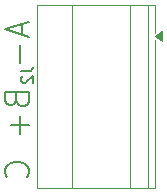
<source format=gbr>
%TF.GenerationSoftware,KiCad,Pcbnew,9.0.6*%
%TF.CreationDate,2025-11-24T21:34:53-08:00*%
%TF.ProjectId,rs485_adapter,72733438-355f-4616-9461-707465722e6b,A*%
%TF.SameCoordinates,Original*%
%TF.FileFunction,Legend,Bot*%
%TF.FilePolarity,Positive*%
%FSLAX46Y46*%
G04 Gerber Fmt 4.6, Leading zero omitted, Abs format (unit mm)*
G04 Created by KiCad (PCBNEW 9.0.6) date 2025-11-24 21:34:53*
%MOMM*%
%LPD*%
G01*
G04 APERTURE LIST*
%ADD10C,0.200000*%
%ADD11C,0.150000*%
%ADD12C,0.120000*%
G04 APERTURE END LIST*
D10*
X166023409Y-95462530D02*
X166023409Y-96414911D01*
X166594838Y-95272054D02*
X164594838Y-95938720D01*
X164594838Y-95938720D02*
X166594838Y-96605387D01*
X165832933Y-97272054D02*
X165832933Y-98795864D01*
X165547219Y-101938721D02*
X165642457Y-102224435D01*
X165642457Y-102224435D02*
X165737695Y-102319673D01*
X165737695Y-102319673D02*
X165928171Y-102414911D01*
X165928171Y-102414911D02*
X166213885Y-102414911D01*
X166213885Y-102414911D02*
X166404361Y-102319673D01*
X166404361Y-102319673D02*
X166499600Y-102224435D01*
X166499600Y-102224435D02*
X166594838Y-102033959D01*
X166594838Y-102033959D02*
X166594838Y-101272054D01*
X166594838Y-101272054D02*
X164594838Y-101272054D01*
X164594838Y-101272054D02*
X164594838Y-101938721D01*
X164594838Y-101938721D02*
X164690076Y-102129197D01*
X164690076Y-102129197D02*
X164785314Y-102224435D01*
X164785314Y-102224435D02*
X164975790Y-102319673D01*
X164975790Y-102319673D02*
X165166266Y-102319673D01*
X165166266Y-102319673D02*
X165356742Y-102224435D01*
X165356742Y-102224435D02*
X165451980Y-102129197D01*
X165451980Y-102129197D02*
X165547219Y-101938721D01*
X165547219Y-101938721D02*
X165547219Y-101272054D01*
X165832933Y-103272054D02*
X165832933Y-104795864D01*
X166594838Y-104033959D02*
X165071028Y-104033959D01*
X166404361Y-108414911D02*
X166499600Y-108319673D01*
X166499600Y-108319673D02*
X166594838Y-108033959D01*
X166594838Y-108033959D02*
X166594838Y-107843483D01*
X166594838Y-107843483D02*
X166499600Y-107557768D01*
X166499600Y-107557768D02*
X166309123Y-107367292D01*
X166309123Y-107367292D02*
X166118647Y-107272054D01*
X166118647Y-107272054D02*
X165737695Y-107176816D01*
X165737695Y-107176816D02*
X165451980Y-107176816D01*
X165451980Y-107176816D02*
X165071028Y-107272054D01*
X165071028Y-107272054D02*
X164880552Y-107367292D01*
X164880552Y-107367292D02*
X164690076Y-107557768D01*
X164690076Y-107557768D02*
X164594838Y-107843483D01*
X164594838Y-107843483D02*
X164594838Y-108033959D01*
X164594838Y-108033959D02*
X164690076Y-108319673D01*
X164690076Y-108319673D02*
X164785314Y-108414911D01*
D11*
X165954819Y-99466666D02*
X166669104Y-99466666D01*
X166669104Y-99466666D02*
X166811961Y-99419047D01*
X166811961Y-99419047D02*
X166907200Y-99323809D01*
X166907200Y-99323809D02*
X166954819Y-99180952D01*
X166954819Y-99180952D02*
X166954819Y-99085714D01*
X166050057Y-99895238D02*
X166002438Y-99942857D01*
X166002438Y-99942857D02*
X165954819Y-100038095D01*
X165954819Y-100038095D02*
X165954819Y-100276190D01*
X165954819Y-100276190D02*
X166002438Y-100371428D01*
X166002438Y-100371428D02*
X166050057Y-100419047D01*
X166050057Y-100419047D02*
X166145295Y-100466666D01*
X166145295Y-100466666D02*
X166240533Y-100466666D01*
X166240533Y-100466666D02*
X166383390Y-100419047D01*
X166383390Y-100419047D02*
X166954819Y-99847619D01*
X166954819Y-99847619D02*
X166954819Y-100466666D01*
D12*
%TO.C,J2*%
X177910000Y-96955000D02*
X177300000Y-96515000D01*
X177910000Y-96075000D01*
X177910000Y-96955000D01*
G36*
X177910000Y-96955000D02*
G01*
X177300000Y-96515000D01*
X177910000Y-96075000D01*
X177910000Y-96955000D01*
G37*
X177300000Y-109335000D02*
X177300000Y-96815000D01*
X167260000Y-109335000D02*
X177300000Y-109335000D01*
X177300000Y-96215000D02*
X177300000Y-93855000D01*
X177300000Y-93855000D02*
X167260000Y-93855000D01*
X176680000Y-93855000D02*
X176680000Y-109335000D01*
X175180000Y-93855000D02*
X175180000Y-109335000D01*
X170280000Y-93855000D02*
X170280000Y-109335000D01*
X167260000Y-93855000D02*
X167260000Y-109335000D01*
%TD*%
M02*

</source>
